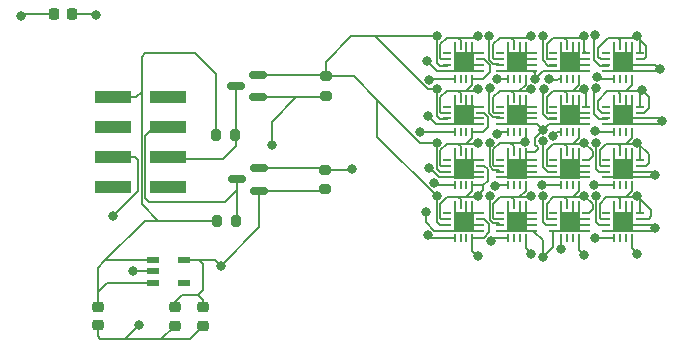
<source format=gbr>
%TF.GenerationSoftware,KiCad,Pcbnew,7.0.7*%
%TF.CreationDate,2023-10-03T17:06:42-05:00*%
%TF.ProjectId,MLX90393_board3,4d4c5839-3033-4393-935f-626f61726433,rev?*%
%TF.SameCoordinates,Original*%
%TF.FileFunction,Copper,L1,Top*%
%TF.FilePolarity,Positive*%
%FSLAX46Y46*%
G04 Gerber Fmt 4.6, Leading zero omitted, Abs format (unit mm)*
G04 Created by KiCad (PCBNEW 7.0.7) date 2023-10-03 17:06:42*
%MOMM*%
%LPD*%
G01*
G04 APERTURE LIST*
G04 Aperture macros list*
%AMRoundRect*
0 Rectangle with rounded corners*
0 $1 Rounding radius*
0 $2 $3 $4 $5 $6 $7 $8 $9 X,Y pos of 4 corners*
0 Add a 4 corners polygon primitive as box body*
4,1,4,$2,$3,$4,$5,$6,$7,$8,$9,$2,$3,0*
0 Add four circle primitives for the rounded corners*
1,1,$1+$1,$2,$3*
1,1,$1+$1,$4,$5*
1,1,$1+$1,$6,$7*
1,1,$1+$1,$8,$9*
0 Add four rect primitives between the rounded corners*
20,1,$1+$1,$2,$3,$4,$5,0*
20,1,$1+$1,$4,$5,$6,$7,0*
20,1,$1+$1,$6,$7,$8,$9,0*
20,1,$1+$1,$8,$9,$2,$3,0*%
G04 Aperture macros list end*
%TA.AperFunction,SMDPad,CuDef*%
%ADD10RoundRect,0.200000X0.275000X-0.200000X0.275000X0.200000X-0.275000X0.200000X-0.275000X-0.200000X0*%
%TD*%
%TA.AperFunction,SMDPad,CuDef*%
%ADD11R,0.664999X0.280010*%
%TD*%
%TA.AperFunction,SMDPad,CuDef*%
%ADD12R,0.280010X0.664999*%
%TD*%
%TA.AperFunction,SMDPad,CuDef*%
%ADD13R,1.750013X1.750013*%
%TD*%
%TA.AperFunction,SMDPad,CuDef*%
%ADD14R,1.104902X0.622301*%
%TD*%
%TA.AperFunction,SMDPad,CuDef*%
%ADD15R,3.170003X1.000000*%
%TD*%
%TA.AperFunction,SMDPad,CuDef*%
%ADD16RoundRect,0.150000X0.587500X0.150000X-0.587500X0.150000X-0.587500X-0.150000X0.587500X-0.150000X0*%
%TD*%
%TA.AperFunction,SMDPad,CuDef*%
%ADD17RoundRect,0.225000X-0.250000X0.225000X-0.250000X-0.225000X0.250000X-0.225000X0.250000X0.225000X0*%
%TD*%
%TA.AperFunction,SMDPad,CuDef*%
%ADD18RoundRect,0.218750X-0.218750X-0.256250X0.218750X-0.256250X0.218750X0.256250X-0.218750X0.256250X0*%
%TD*%
%TA.AperFunction,SMDPad,CuDef*%
%ADD19RoundRect,0.200000X-0.200000X-0.275000X0.200000X-0.275000X0.200000X0.275000X-0.200000X0.275000X0*%
%TD*%
%TA.AperFunction,ViaPad*%
%ADD20C,0.800000*%
%TD*%
%TA.AperFunction,Conductor*%
%ADD21C,0.150000*%
%TD*%
G04 APERTURE END LIST*
D10*
%TO.P,R20,1*%
%TO.N,+3.3V*%
X154061689Y-116683415D03*
%TO.P,R20,2*%
%TO.N,SDA_3V*%
X154061689Y-115033415D03*
%TD*%
D11*
%TO.P,M16,1,INT*%
%TO.N,unconnected-(M16-INT-Pad1)*%
X177909272Y-118698351D03*
%TO.P,M16,2,SENB/CS*%
%TO.N,+3.3V*%
X177909272Y-119198479D03*
%TO.P,M16,3,SCL/SCLK*%
%TO.N,SCL_3V*%
X177909272Y-119698351D03*
%TO.P,M16,4,NC*%
%TO.N,GND*%
X177909272Y-120198479D03*
D12*
%TO.P,M16,5,SDA/MOSI*%
%TO.N,SDA_3V*%
X178566625Y-120855832D03*
%TO.P,M16,6,MISO*%
%TO.N,unconnected-(M16-MISO-Pad6)*%
X179066753Y-120855832D03*
%TO.P,M16,7,INT/TRG*%
%TO.N,unconnected-(M16-INT{slash}TRG-Pad7)*%
X179566625Y-120855832D03*
%TO.P,M16,8,VDD_IO*%
%TO.N,+3.3V*%
X180066753Y-120855832D03*
D11*
%TO.P,M16,9,NC*%
%TO.N,GND*%
X180724106Y-120198479D03*
%TO.P,M16,10,NC*%
X180724106Y-119698351D03*
%TO.P,M16,11,A1*%
%TO.N,+3.3V*%
X180724106Y-119198479D03*
%TO.P,M16,12,A0*%
X180724106Y-118698351D03*
D12*
%TO.P,M16,13,VSS*%
%TO.N,GND*%
X180066753Y-118040998D03*
%TO.P,M16,14,NC*%
X179566625Y-118040998D03*
%TO.P,M16,15,VDD*%
%TO.N,+3.3V*%
X179066753Y-118040998D03*
%TO.P,M16,16,NC*%
%TO.N,GND*%
X178566625Y-118040998D03*
D13*
%TO.P,M16,17,EP*%
X179316689Y-119448415D03*
%TD*%
D14*
%TO.P,U5,1,VIN*%
%TO.N,VCC*%
X139561714Y-122708682D03*
%TO.P,U5,2,GND*%
%TO.N,GND*%
X139561714Y-123657882D03*
%TO.P,U5,3,EN*%
%TO.N,VCC*%
X139561714Y-124608097D03*
%TO.P,U5,4,NC*%
%TO.N,unconnected-(U5-NC-Pad4)*%
X142161664Y-124608097D03*
%TO.P,U5,5,VOUT*%
%TO.N,+3.3V*%
X142161664Y-122708682D03*
%TD*%
D15*
%TO.P,J1,1,1*%
%TO.N,unconnected-(J1-Pad1)*%
X140781534Y-108908407D03*
%TO.P,J1,2,2*%
%TO.N,VCC*%
X136121641Y-108908407D03*
%TO.P,J1,3,3*%
%TO.N,SDA*%
X140781534Y-111448412D03*
%TO.P,J1,4,4*%
%TO.N,unconnected-(J1-Pad4)*%
X136121641Y-111448412D03*
%TO.P,J1,5,5*%
%TO.N,SCL*%
X140781534Y-113988418D03*
%TO.P,J1,6,6*%
%TO.N,GND*%
X136121641Y-113988418D03*
%TO.P,J1,7,7*%
%TO.N,unconnected-(J1-Pad7)*%
X140781534Y-116528423D03*
%TO.P,J1,8,8*%
%TO.N,unconnected-(J1-Pad8)*%
X136121641Y-116528423D03*
%TD*%
D16*
%TO.P,Q2,1,G*%
%TO.N,+3.3V*%
X148499189Y-116808415D03*
%TO.P,Q2,2,S*%
%TO.N,SDA_3V*%
X148499189Y-114908415D03*
%TO.P,Q2,3,D*%
%TO.N,SDA*%
X146624189Y-115858415D03*
%TD*%
D17*
%TO.P,C3,1*%
%TO.N,VCC*%
X134861689Y-126658415D03*
%TO.P,C3,2*%
%TO.N,GND*%
X134861689Y-128208415D03*
%TD*%
D11*
%TO.P,M8,1,INT*%
%TO.N,unconnected-(M8-INT-Pad1)*%
X177909272Y-109698351D03*
%TO.P,M8,2,SENB/CS*%
%TO.N,+3.3V*%
X177909272Y-110198479D03*
%TO.P,M8,3,SCL/SCLK*%
%TO.N,SCL_3V*%
X177909272Y-110698351D03*
%TO.P,M8,4,NC*%
%TO.N,GND*%
X177909272Y-111198479D03*
D12*
%TO.P,M8,5,SDA/MOSI*%
%TO.N,SDA_3V*%
X178566625Y-111855832D03*
%TO.P,M8,6,MISO*%
%TO.N,unconnected-(M8-MISO-Pad6)*%
X179066753Y-111855832D03*
%TO.P,M8,7,INT/TRG*%
%TO.N,unconnected-(M8-INT{slash}TRG-Pad7)*%
X179566625Y-111855832D03*
%TO.P,M8,8,VDD_IO*%
%TO.N,+3.3V*%
X180066753Y-111855832D03*
D11*
%TO.P,M8,9,NC*%
%TO.N,GND*%
X180724106Y-111198479D03*
%TO.P,M8,10,NC*%
X180724106Y-110698351D03*
%TO.P,M8,11,A1*%
%TO.N,+3.3V*%
X180724106Y-110198479D03*
%TO.P,M8,12,A0*%
X180724106Y-109698351D03*
D12*
%TO.P,M8,13,VSS*%
%TO.N,GND*%
X180066753Y-109040998D03*
%TO.P,M8,14,NC*%
X179566625Y-109040998D03*
%TO.P,M8,15,VDD*%
%TO.N,+3.3V*%
X179066753Y-109040998D03*
%TO.P,M8,16,NC*%
%TO.N,GND*%
X178566625Y-109040998D03*
D13*
%TO.P,M8,17,EP*%
X179316689Y-110448415D03*
%TD*%
D11*
%TO.P,M11,1,INT*%
%TO.N,unconnected-(M11-INT-Pad1)*%
X173409272Y-114198351D03*
%TO.P,M11,2,SENB/CS*%
%TO.N,+3.3V*%
X173409272Y-114698479D03*
%TO.P,M11,3,SCL/SCLK*%
%TO.N,SCL_3V*%
X173409272Y-115198351D03*
%TO.P,M11,4,NC*%
%TO.N,GND*%
X173409272Y-115698479D03*
D12*
%TO.P,M11,5,SDA/MOSI*%
%TO.N,SDA_3V*%
X174066625Y-116355832D03*
%TO.P,M11,6,MISO*%
%TO.N,unconnected-(M11-MISO-Pad6)*%
X174566753Y-116355832D03*
%TO.P,M11,7,INT/TRG*%
%TO.N,unconnected-(M11-INT{slash}TRG-Pad7)*%
X175066625Y-116355832D03*
%TO.P,M11,8,VDD_IO*%
%TO.N,+3.3V*%
X175566753Y-116355832D03*
D11*
%TO.P,M11,9,NC*%
%TO.N,GND*%
X176224106Y-115698479D03*
%TO.P,M11,10,NC*%
X176224106Y-115198351D03*
%TO.P,M11,11,A1*%
X176224106Y-114698479D03*
%TO.P,M11,12,A0*%
%TO.N,+3.3V*%
X176224106Y-114198351D03*
D12*
%TO.P,M11,13,VSS*%
%TO.N,GND*%
X175566753Y-113540998D03*
%TO.P,M11,14,NC*%
X175066625Y-113540998D03*
%TO.P,M11,15,VDD*%
%TO.N,+3.3V*%
X174566753Y-113540998D03*
%TO.P,M11,16,NC*%
%TO.N,GND*%
X174066625Y-113540998D03*
D13*
%TO.P,M11,17,EP*%
X174816689Y-114948415D03*
%TD*%
D11*
%TO.P,M1,1,INT*%
%TO.N,unconnected-(M1-INT-Pad1)*%
X168909272Y-105198351D03*
%TO.P,M1,2,SENB/CS*%
%TO.N,+3.3V*%
X168909272Y-105698479D03*
%TO.P,M1,3,SCL/SCLK*%
%TO.N,SCL_3V*%
X168909272Y-106198351D03*
%TO.P,M1,4,NC*%
%TO.N,GND*%
X168909272Y-106698479D03*
D12*
%TO.P,M1,5,SDA/MOSI*%
%TO.N,SDA_3V*%
X169566625Y-107355832D03*
%TO.P,M1,6,MISO*%
%TO.N,unconnected-(M1-MISO-Pad6)*%
X170066753Y-107355832D03*
%TO.P,M1,7,INT/TRG*%
%TO.N,unconnected-(M1-INT{slash}TRG-Pad7)*%
X170566625Y-107355832D03*
%TO.P,M1,8,VDD_IO*%
%TO.N,+3.3V*%
X171066753Y-107355832D03*
D11*
%TO.P,M1,9,NC*%
%TO.N,GND*%
X171724106Y-106698479D03*
%TO.P,M1,10,NC*%
X171724106Y-106198351D03*
%TO.P,M1,11,A1*%
X171724106Y-105698479D03*
%TO.P,M1,12,A0*%
X171724106Y-105198351D03*
D12*
%TO.P,M1,13,VSS*%
X171066753Y-104540998D03*
%TO.P,M1,14,NC*%
X170566625Y-104540998D03*
%TO.P,M1,15,VDD*%
%TO.N,+3.3V*%
X170066753Y-104540998D03*
%TO.P,M1,16,NC*%
%TO.N,GND*%
X169566625Y-104540998D03*
D13*
%TO.P,M1,17,EP*%
X170316689Y-105948415D03*
%TD*%
D11*
%TO.P,M2,1,INT*%
%TO.N,unconnected-(M2-INT-Pad1)*%
X173409272Y-105198351D03*
%TO.P,M2,2,SENB/CS*%
%TO.N,+3.3V*%
X173409272Y-105698479D03*
%TO.P,M2,3,SCL/SCLK*%
%TO.N,SCL_3V*%
X173409272Y-106198351D03*
%TO.P,M2,4,NC*%
%TO.N,GND*%
X173409272Y-106698479D03*
D12*
%TO.P,M2,5,SDA/MOSI*%
%TO.N,SDA_3V*%
X174066625Y-107355832D03*
%TO.P,M2,6,MISO*%
%TO.N,unconnected-(M2-MISO-Pad6)*%
X174566753Y-107355832D03*
%TO.P,M2,7,INT/TRG*%
%TO.N,unconnected-(M2-INT{slash}TRG-Pad7)*%
X175066625Y-107355832D03*
%TO.P,M2,8,VDD_IO*%
%TO.N,+3.3V*%
X175566753Y-107355832D03*
D11*
%TO.P,M2,9,NC*%
%TO.N,GND*%
X176224106Y-106698479D03*
%TO.P,M2,10,NC*%
X176224106Y-106198351D03*
%TO.P,M2,11,A1*%
X176224106Y-105698479D03*
%TO.P,M2,12,A0*%
%TO.N,+3.3V*%
X176224106Y-105198351D03*
D12*
%TO.P,M2,13,VSS*%
%TO.N,GND*%
X175566753Y-104540998D03*
%TO.P,M2,14,NC*%
X175066625Y-104540998D03*
%TO.P,M2,15,VDD*%
%TO.N,+3.3V*%
X174566753Y-104540998D03*
%TO.P,M2,16,NC*%
%TO.N,GND*%
X174066625Y-104540998D03*
D13*
%TO.P,M2,17,EP*%
X174816689Y-105948415D03*
%TD*%
D10*
%TO.P,R19,1*%
%TO.N,+3.3V*%
X154161689Y-108783415D03*
%TO.P,R19,2*%
%TO.N,SCL_3V*%
X154161689Y-107133415D03*
%TD*%
D11*
%TO.P,M9,1,INT*%
%TO.N,unconnected-(M9-INT-Pad1)*%
X164409272Y-114198351D03*
%TO.P,M9,2,SENB/CS*%
%TO.N,+3.3V*%
X164409272Y-114698479D03*
%TO.P,M9,3,SCL/SCLK*%
%TO.N,SCL_3V*%
X164409272Y-115198351D03*
%TO.P,M9,4,NC*%
%TO.N,GND*%
X164409272Y-115698479D03*
D12*
%TO.P,M9,5,SDA/MOSI*%
%TO.N,SDA_3V*%
X165066625Y-116355832D03*
%TO.P,M9,6,MISO*%
%TO.N,unconnected-(M9-MISO-Pad6)*%
X165566753Y-116355832D03*
%TO.P,M9,7,INT/TRG*%
%TO.N,unconnected-(M9-INT{slash}TRG-Pad7)*%
X166066625Y-116355832D03*
%TO.P,M9,8,VDD_IO*%
%TO.N,+3.3V*%
X166566753Y-116355832D03*
D11*
%TO.P,M9,9,NC*%
%TO.N,GND*%
X167224106Y-115698479D03*
%TO.P,M9,10,NC*%
X167224106Y-115198351D03*
%TO.P,M9,11,A1*%
%TO.N,+3.3V*%
X167224106Y-114698479D03*
%TO.P,M9,12,A0*%
%TO.N,GND*%
X167224106Y-114198351D03*
D12*
%TO.P,M9,13,VSS*%
X166566753Y-113540998D03*
%TO.P,M9,14,NC*%
X166066625Y-113540998D03*
%TO.P,M9,15,VDD*%
%TO.N,+3.3V*%
X165566753Y-113540998D03*
%TO.P,M9,16,NC*%
%TO.N,GND*%
X165066625Y-113540998D03*
D13*
%TO.P,M9,17,EP*%
X165816689Y-114948415D03*
%TD*%
D11*
%TO.P,M10,1,INT*%
%TO.N,unconnected-(M10-INT-Pad1)*%
X168909272Y-114198351D03*
%TO.P,M10,2,SENB/CS*%
%TO.N,+3.3V*%
X168909272Y-114698479D03*
%TO.P,M10,3,SCL/SCLK*%
%TO.N,SCL_3V*%
X168909272Y-115198351D03*
%TO.P,M10,4,NC*%
%TO.N,GND*%
X168909272Y-115698479D03*
D12*
%TO.P,M10,5,SDA/MOSI*%
%TO.N,SDA_3V*%
X169566625Y-116355832D03*
%TO.P,M10,6,MISO*%
%TO.N,unconnected-(M10-MISO-Pad6)*%
X170066753Y-116355832D03*
%TO.P,M10,7,INT/TRG*%
%TO.N,unconnected-(M10-INT{slash}TRG-Pad7)*%
X170566625Y-116355832D03*
%TO.P,M10,8,VDD_IO*%
%TO.N,+3.3V*%
X171066753Y-116355832D03*
D11*
%TO.P,M10,9,NC*%
%TO.N,GND*%
X171724106Y-115698479D03*
%TO.P,M10,10,NC*%
X171724106Y-115198351D03*
%TO.P,M10,11,A1*%
X171724106Y-114698479D03*
%TO.P,M10,12,A0*%
X171724106Y-114198351D03*
D12*
%TO.P,M10,13,VSS*%
X171066753Y-113540998D03*
%TO.P,M10,14,NC*%
X170566625Y-113540998D03*
%TO.P,M10,15,VDD*%
%TO.N,+3.3V*%
X170066753Y-113540998D03*
%TO.P,M10,16,NC*%
%TO.N,GND*%
X169566625Y-113540998D03*
D13*
%TO.P,M10,17,EP*%
X170316689Y-114948415D03*
%TD*%
D16*
%TO.P,Q1,1,G*%
%TO.N,+3.3V*%
X148399189Y-108908415D03*
%TO.P,Q1,2,S*%
%TO.N,SCL_3V*%
X148399189Y-107008415D03*
%TO.P,Q1,3,D*%
%TO.N,SCL*%
X146524189Y-107958415D03*
%TD*%
D18*
%TO.P,D1,1,K*%
%TO.N,+3.3V*%
X131112500Y-101850000D03*
%TO.P,D1,2,A*%
%TO.N,GND*%
X132687500Y-101850000D03*
%TD*%
D11*
%TO.P,M4,1,INT*%
%TO.N,unconnected-(M4-INT-Pad1)*%
X177909272Y-105198351D03*
%TO.P,M4,2,SENB/CS*%
%TO.N,+3.3V*%
X177909272Y-105698479D03*
%TO.P,M4,3,SCL/SCLK*%
%TO.N,SCL_3V*%
X177909272Y-106198351D03*
%TO.P,M4,4,NC*%
%TO.N,GND*%
X177909272Y-106698479D03*
D12*
%TO.P,M4,5,SDA/MOSI*%
%TO.N,SDA_3V*%
X178566625Y-107355832D03*
%TO.P,M4,6,MISO*%
%TO.N,unconnected-(M4-MISO-Pad6)*%
X179066753Y-107355832D03*
%TO.P,M4,7,INT/TRG*%
%TO.N,unconnected-(M4-INT{slash}TRG-Pad7)*%
X179566625Y-107355832D03*
%TO.P,M4,8,VDD_IO*%
%TO.N,+3.3V*%
X180066753Y-107355832D03*
D11*
%TO.P,M4,9,NC*%
%TO.N,GND*%
X180724106Y-106698479D03*
%TO.P,M4,10,NC*%
X180724106Y-106198351D03*
%TO.P,M4,11,A1*%
%TO.N,+3.3V*%
X180724106Y-105698479D03*
%TO.P,M4,12,A0*%
X180724106Y-105198351D03*
D12*
%TO.P,M4,13,VSS*%
%TO.N,GND*%
X180066753Y-104540998D03*
%TO.P,M4,14,NC*%
X179566625Y-104540998D03*
%TO.P,M4,15,VDD*%
%TO.N,+3.3V*%
X179066753Y-104540998D03*
%TO.P,M4,16,NC*%
%TO.N,GND*%
X178566625Y-104540998D03*
D13*
%TO.P,M4,17,EP*%
X179316689Y-105948415D03*
%TD*%
D19*
%TO.P,R18,1*%
%TO.N,VCC*%
X144836689Y-112108415D03*
%TO.P,R18,2*%
%TO.N,SCL*%
X146486689Y-112108415D03*
%TD*%
D11*
%TO.P,M15,1,INT*%
%TO.N,unconnected-(M15-INT-Pad1)*%
X173409272Y-118698351D03*
%TO.P,M15,2,SENB/CS*%
%TO.N,+3.3V*%
X173409272Y-119198479D03*
%TO.P,M15,3,SCL/SCLK*%
%TO.N,SCL_3V*%
X173409272Y-119698351D03*
%TO.P,M15,4,NC*%
%TO.N,GND*%
X173409272Y-120198479D03*
D12*
%TO.P,M15,5,SDA/MOSI*%
%TO.N,SDA_3V*%
X174066625Y-120855832D03*
%TO.P,M15,6,MISO*%
%TO.N,unconnected-(M15-MISO-Pad6)*%
X174566753Y-120855832D03*
%TO.P,M15,7,INT/TRG*%
%TO.N,unconnected-(M15-INT{slash}TRG-Pad7)*%
X175066625Y-120855832D03*
%TO.P,M15,8,VDD_IO*%
%TO.N,+3.3V*%
X175566753Y-120855832D03*
D11*
%TO.P,M15,9,NC*%
%TO.N,GND*%
X176224106Y-120198479D03*
%TO.P,M15,10,NC*%
X176224106Y-119698351D03*
%TO.P,M15,11,A1*%
X176224106Y-119198479D03*
%TO.P,M15,12,A0*%
%TO.N,+3.3V*%
X176224106Y-118698351D03*
D12*
%TO.P,M15,13,VSS*%
%TO.N,GND*%
X175566753Y-118040998D03*
%TO.P,M15,14,NC*%
X175066625Y-118040998D03*
%TO.P,M15,15,VDD*%
%TO.N,+3.3V*%
X174566753Y-118040998D03*
%TO.P,M15,16,NC*%
%TO.N,GND*%
X174066625Y-118040998D03*
D13*
%TO.P,M15,17,EP*%
X174816689Y-119448415D03*
%TD*%
D17*
%TO.P,C1,1*%
%TO.N,+3.3V*%
X143761689Y-126683415D03*
%TO.P,C1,2*%
%TO.N,GND*%
X143761689Y-128233415D03*
%TD*%
%TO.P,C2,1*%
%TO.N,+3.3V*%
X141361689Y-126683415D03*
%TO.P,C2,2*%
%TO.N,GND*%
X141361689Y-128233415D03*
%TD*%
D11*
%TO.P,M14,1,INT*%
%TO.N,unconnected-(M14-INT-Pad1)*%
X168909272Y-118698351D03*
%TO.P,M14,2,SENB/CS*%
%TO.N,+3.3V*%
X168909272Y-119198479D03*
%TO.P,M14,3,SCL/SCLK*%
%TO.N,SCL_3V*%
X168909272Y-119698351D03*
%TO.P,M14,4,NC*%
%TO.N,GND*%
X168909272Y-120198479D03*
D12*
%TO.P,M14,5,SDA/MOSI*%
%TO.N,SDA_3V*%
X169566625Y-120855832D03*
%TO.P,M14,6,MISO*%
%TO.N,unconnected-(M14-MISO-Pad6)*%
X170066753Y-120855832D03*
%TO.P,M14,7,INT/TRG*%
%TO.N,unconnected-(M14-INT{slash}TRG-Pad7)*%
X170566625Y-120855832D03*
%TO.P,M14,8,VDD_IO*%
%TO.N,+3.3V*%
X171066753Y-120855832D03*
D11*
%TO.P,M14,9,NC*%
%TO.N,GND*%
X171724106Y-120198479D03*
%TO.P,M14,10,NC*%
X171724106Y-119698351D03*
%TO.P,M14,11,A1*%
X171724106Y-119198479D03*
%TO.P,M14,12,A0*%
X171724106Y-118698351D03*
D12*
%TO.P,M14,13,VSS*%
X171066753Y-118040998D03*
%TO.P,M14,14,NC*%
X170566625Y-118040998D03*
%TO.P,M14,15,VDD*%
%TO.N,+3.3V*%
X170066753Y-118040998D03*
%TO.P,M14,16,NC*%
%TO.N,GND*%
X169566625Y-118040998D03*
D13*
%TO.P,M14,17,EP*%
X170316689Y-119448415D03*
%TD*%
D19*
%TO.P,R17,1*%
%TO.N,VCC*%
X144936689Y-119358415D03*
%TO.P,R17,2*%
%TO.N,SDA*%
X146586689Y-119358415D03*
%TD*%
D11*
%TO.P,M12,1,INT*%
%TO.N,unconnected-(M12-INT-Pad1)*%
X177909272Y-114198351D03*
%TO.P,M12,2,SENB/CS*%
%TO.N,+3.3V*%
X177909272Y-114698479D03*
%TO.P,M12,3,SCL/SCLK*%
%TO.N,SCL_3V*%
X177909272Y-115198351D03*
%TO.P,M12,4,NC*%
%TO.N,GND*%
X177909272Y-115698479D03*
D12*
%TO.P,M12,5,SDA/MOSI*%
%TO.N,SDA_3V*%
X178566625Y-116355832D03*
%TO.P,M12,6,MISO*%
%TO.N,unconnected-(M12-MISO-Pad6)*%
X179066753Y-116355832D03*
%TO.P,M12,7,INT/TRG*%
%TO.N,unconnected-(M12-INT{slash}TRG-Pad7)*%
X179566625Y-116355832D03*
%TO.P,M12,8,VDD_IO*%
%TO.N,+3.3V*%
X180066753Y-116355832D03*
D11*
%TO.P,M12,9,NC*%
%TO.N,GND*%
X180724106Y-115698479D03*
%TO.P,M12,10,NC*%
X180724106Y-115198351D03*
%TO.P,M12,11,A1*%
%TO.N,+3.3V*%
X180724106Y-114698479D03*
%TO.P,M12,12,A0*%
X180724106Y-114198351D03*
D12*
%TO.P,M12,13,VSS*%
%TO.N,GND*%
X180066753Y-113540998D03*
%TO.P,M12,14,NC*%
X179566625Y-113540998D03*
%TO.P,M12,15,VDD*%
%TO.N,+3.3V*%
X179066753Y-113540998D03*
%TO.P,M12,16,NC*%
%TO.N,GND*%
X178566625Y-113540998D03*
D13*
%TO.P,M12,17,EP*%
X179316689Y-114948415D03*
%TD*%
D11*
%TO.P,M13,1,INT*%
%TO.N,unconnected-(M13-INT-Pad1)*%
X164409272Y-118698351D03*
%TO.P,M13,2,SENB/CS*%
%TO.N,+3.3V*%
X164409272Y-119198479D03*
%TO.P,M13,3,SCL/SCLK*%
%TO.N,SCL_3V*%
X164409272Y-119698351D03*
%TO.P,M13,4,NC*%
%TO.N,GND*%
X164409272Y-120198479D03*
D12*
%TO.P,M13,5,SDA/MOSI*%
%TO.N,SDA_3V*%
X165066625Y-120855832D03*
%TO.P,M13,6,MISO*%
%TO.N,unconnected-(M13-MISO-Pad6)*%
X165566753Y-120855832D03*
%TO.P,M13,7,INT/TRG*%
%TO.N,unconnected-(M13-INT{slash}TRG-Pad7)*%
X166066625Y-120855832D03*
%TO.P,M13,8,VDD_IO*%
%TO.N,+3.3V*%
X166566753Y-120855832D03*
D11*
%TO.P,M13,9,NC*%
%TO.N,GND*%
X167224106Y-120198479D03*
%TO.P,M13,10,NC*%
X167224106Y-119698351D03*
%TO.P,M13,11,A1*%
%TO.N,+3.3V*%
X167224106Y-119198479D03*
%TO.P,M13,12,A0*%
%TO.N,GND*%
X167224106Y-118698351D03*
D12*
%TO.P,M13,13,VSS*%
X166566753Y-118040998D03*
%TO.P,M13,14,NC*%
X166066625Y-118040998D03*
%TO.P,M13,15,VDD*%
%TO.N,+3.3V*%
X165566753Y-118040998D03*
%TO.P,M13,16,NC*%
%TO.N,GND*%
X165066625Y-118040998D03*
D13*
%TO.P,M13,17,EP*%
X165816689Y-119448415D03*
%TD*%
D11*
%TO.P,M7,1,INT*%
%TO.N,unconnected-(M7-INT-Pad1)*%
X173409272Y-109698351D03*
%TO.P,M7,2,SENB/CS*%
%TO.N,+3.3V*%
X173409272Y-110198479D03*
%TO.P,M7,3,SCL/SCLK*%
%TO.N,SCL_3V*%
X173409272Y-110698351D03*
%TO.P,M7,4,NC*%
%TO.N,GND*%
X173409272Y-111198479D03*
D12*
%TO.P,M7,5,SDA/MOSI*%
%TO.N,SDA_3V*%
X174066625Y-111855832D03*
%TO.P,M7,6,MISO*%
%TO.N,unconnected-(M7-MISO-Pad6)*%
X174566753Y-111855832D03*
%TO.P,M7,7,INT/TRG*%
%TO.N,unconnected-(M7-INT{slash}TRG-Pad7)*%
X175066625Y-111855832D03*
%TO.P,M7,8,VDD_IO*%
%TO.N,+3.3V*%
X175566753Y-111855832D03*
D11*
%TO.P,M7,9,NC*%
%TO.N,GND*%
X176224106Y-111198479D03*
%TO.P,M7,10,NC*%
X176224106Y-110698351D03*
%TO.P,M7,11,A1*%
X176224106Y-110198479D03*
%TO.P,M7,12,A0*%
%TO.N,+3.3V*%
X176224106Y-109698351D03*
D12*
%TO.P,M7,13,VSS*%
%TO.N,GND*%
X175566753Y-109040998D03*
%TO.P,M7,14,NC*%
X175066625Y-109040998D03*
%TO.P,M7,15,VDD*%
%TO.N,+3.3V*%
X174566753Y-109040998D03*
%TO.P,M7,16,NC*%
%TO.N,GND*%
X174066625Y-109040998D03*
D13*
%TO.P,M7,17,EP*%
X174816689Y-110448415D03*
%TD*%
D11*
%TO.P,M5,1,INT*%
%TO.N,unconnected-(M5-INT-Pad1)*%
X164409272Y-109698351D03*
%TO.P,M5,2,SENB/CS*%
%TO.N,+3.3V*%
X164409272Y-110198479D03*
%TO.P,M5,3,SCL/SCLK*%
%TO.N,SCL_3V*%
X164409272Y-110698351D03*
%TO.P,M5,4,NC*%
%TO.N,GND*%
X164409272Y-111198479D03*
D12*
%TO.P,M5,5,SDA/MOSI*%
%TO.N,SDA_3V*%
X165066625Y-111855832D03*
%TO.P,M5,6,MISO*%
%TO.N,unconnected-(M5-MISO-Pad6)*%
X165566753Y-111855832D03*
%TO.P,M5,7,INT/TRG*%
%TO.N,unconnected-(M5-INT{slash}TRG-Pad7)*%
X166066625Y-111855832D03*
%TO.P,M5,8,VDD_IO*%
%TO.N,+3.3V*%
X166566753Y-111855832D03*
D11*
%TO.P,M5,9,NC*%
%TO.N,GND*%
X167224106Y-111198479D03*
%TO.P,M5,10,NC*%
X167224106Y-110698351D03*
%TO.P,M5,11,A1*%
%TO.N,+3.3V*%
X167224106Y-110198479D03*
%TO.P,M5,12,A0*%
%TO.N,GND*%
X167224106Y-109698351D03*
D12*
%TO.P,M5,13,VSS*%
X166566753Y-109040998D03*
%TO.P,M5,14,NC*%
X166066625Y-109040998D03*
%TO.P,M5,15,VDD*%
%TO.N,+3.3V*%
X165566753Y-109040998D03*
%TO.P,M5,16,NC*%
%TO.N,GND*%
X165066625Y-109040998D03*
D13*
%TO.P,M5,17,EP*%
X165816689Y-110448415D03*
%TD*%
D11*
%TO.P,M3,1,INT*%
%TO.N,unconnected-(M3-INT-Pad1)*%
X164409272Y-105198351D03*
%TO.P,M3,2,SENB/CS*%
%TO.N,+3.3V*%
X164409272Y-105698479D03*
%TO.P,M3,3,SCL/SCLK*%
%TO.N,SCL_3V*%
X164409272Y-106198351D03*
%TO.P,M3,4,NC*%
%TO.N,GND*%
X164409272Y-106698479D03*
D12*
%TO.P,M3,5,SDA/MOSI*%
%TO.N,SDA_3V*%
X165066625Y-107355832D03*
%TO.P,M3,6,MISO*%
%TO.N,unconnected-(M3-MISO-Pad6)*%
X165566753Y-107355832D03*
%TO.P,M3,7,INT/TRG*%
%TO.N,unconnected-(M3-INT{slash}TRG-Pad7)*%
X166066625Y-107355832D03*
%TO.P,M3,8,VDD_IO*%
%TO.N,+3.3V*%
X166566753Y-107355832D03*
D11*
%TO.P,M3,9,NC*%
%TO.N,GND*%
X167224106Y-106698479D03*
%TO.P,M3,10,NC*%
X167224106Y-106198351D03*
%TO.P,M3,11,A1*%
%TO.N,+3.3V*%
X167224106Y-105698479D03*
%TO.P,M3,12,A0*%
%TO.N,GND*%
X167224106Y-105198351D03*
D12*
%TO.P,M3,13,VSS*%
X166566753Y-104540998D03*
%TO.P,M3,14,NC*%
X166066625Y-104540998D03*
%TO.P,M3,15,VDD*%
%TO.N,+3.3V*%
X165566753Y-104540998D03*
%TO.P,M3,16,NC*%
%TO.N,GND*%
X165066625Y-104540998D03*
D13*
%TO.P,M3,17,EP*%
X165816689Y-105948415D03*
%TD*%
D11*
%TO.P,M6,1,INT*%
%TO.N,unconnected-(M6-INT-Pad1)*%
X168909272Y-109698351D03*
%TO.P,M6,2,SENB/CS*%
%TO.N,+3.3V*%
X168909272Y-110198479D03*
%TO.P,M6,3,SCL/SCLK*%
%TO.N,SCL_3V*%
X168909272Y-110698351D03*
%TO.P,M6,4,NC*%
%TO.N,GND*%
X168909272Y-111198479D03*
D12*
%TO.P,M6,5,SDA/MOSI*%
%TO.N,SDA_3V*%
X169566625Y-111855832D03*
%TO.P,M6,6,MISO*%
%TO.N,unconnected-(M6-MISO-Pad6)*%
X170066753Y-111855832D03*
%TO.P,M6,7,INT/TRG*%
%TO.N,unconnected-(M6-INT{slash}TRG-Pad7)*%
X170566625Y-111855832D03*
%TO.P,M6,8,VDD_IO*%
%TO.N,+3.3V*%
X171066753Y-111855832D03*
D11*
%TO.P,M6,9,NC*%
%TO.N,GND*%
X171724106Y-111198479D03*
%TO.P,M6,10,NC*%
X171724106Y-110698351D03*
%TO.P,M6,11,A1*%
X171724106Y-110198479D03*
%TO.P,M6,12,A0*%
X171724106Y-109698351D03*
D12*
%TO.P,M6,13,VSS*%
X171066753Y-109040998D03*
%TO.P,M6,14,NC*%
X170566625Y-109040998D03*
%TO.P,M6,15,VDD*%
%TO.N,+3.3V*%
X170066753Y-109040998D03*
%TO.P,M6,16,NC*%
%TO.N,GND*%
X169566625Y-109040998D03*
D13*
%TO.P,M6,17,EP*%
X170316689Y-110448415D03*
%TD*%
D20*
%TO.N,+3.3V*%
X180900000Y-108300000D03*
X145261689Y-123158415D03*
X176016689Y-108248415D03*
X167016689Y-112748415D03*
X167016689Y-117248415D03*
X149561689Y-112958415D03*
X167016689Y-122348415D03*
X176016689Y-122248415D03*
X167016689Y-103748415D03*
X171516689Y-122148415D03*
X167016689Y-108248415D03*
X176016689Y-117248415D03*
X180516689Y-103748415D03*
X180516689Y-122148415D03*
X176016689Y-103748415D03*
X171516689Y-117248415D03*
X180516689Y-117248415D03*
X171516689Y-108248415D03*
X180516689Y-112748415D03*
X128350000Y-102000000D03*
X171516689Y-103748415D03*
X176016689Y-112748415D03*
X170998471Y-112658997D03*
%TO.N,GND*%
X182416689Y-106548415D03*
X172516689Y-122448415D03*
X162600000Y-118600000D03*
X182016689Y-115448415D03*
X138361689Y-128158415D03*
X134700000Y-101950000D03*
X137861689Y-123658415D03*
X162700000Y-105800000D03*
X171890716Y-107375685D03*
X172567646Y-111700281D03*
X162900000Y-114900000D03*
X162800000Y-110500000D03*
X136161689Y-118958415D03*
X182616689Y-110948415D03*
X182016689Y-119948415D03*
%TO.N,SCL_3V*%
X172516689Y-103748415D03*
X163545429Y-112748415D03*
X163545429Y-103748415D03*
X168045429Y-117248415D03*
X168016689Y-103748415D03*
X163545429Y-117248415D03*
X172516689Y-112648415D03*
X172545429Y-117248415D03*
X176962938Y-103669876D03*
X177045429Y-117248415D03*
X177045429Y-108148415D03*
X168045429Y-112748415D03*
X172616689Y-108248415D03*
X163545429Y-108248415D03*
X168024106Y-108148415D03*
X177045429Y-112748415D03*
%TO.N,SDA_3V*%
X163316689Y-116148415D03*
X173365320Y-112222526D03*
X174029928Y-121724959D03*
X162816689Y-120548415D03*
X168651363Y-112017389D03*
X173041320Y-107399155D03*
X176894571Y-116310973D03*
X176977383Y-111801354D03*
X168616689Y-107387986D03*
X162916689Y-107448415D03*
X177129672Y-107202657D03*
X176916689Y-120848415D03*
X162116689Y-111848415D03*
X168186155Y-121062126D03*
X172500000Y-116300000D03*
X168498212Y-116413824D03*
X156416689Y-114948415D03*
%TD*%
D21*
%TO.N,+3.3V*%
X165356669Y-112848415D02*
X165566753Y-113058499D01*
X176000000Y-104974245D02*
X176000000Y-104600000D01*
X180074170Y-107888267D02*
X180074170Y-107405768D01*
X176000000Y-104600000D02*
X176016689Y-104583311D01*
X167489257Y-116775847D02*
X167016689Y-117248415D01*
X179066753Y-113058499D02*
X179066753Y-113540998D01*
X171066753Y-120655832D02*
X171066753Y-121698479D01*
X173409272Y-114698479D02*
X172926773Y-114698479D01*
X180724106Y-118698351D02*
X180724106Y-117455832D01*
X168351773Y-117913331D02*
X168916689Y-117348415D01*
X166566753Y-116838331D02*
X166566753Y-116355832D01*
X165356669Y-103848415D02*
X165566753Y-104058499D01*
X174216689Y-108348415D02*
X175056669Y-108348415D01*
X180724106Y-117455832D02*
X180516689Y-117248415D01*
X143411689Y-122708415D02*
X144811689Y-122708415D01*
X180724106Y-103955832D02*
X180516689Y-103748415D01*
X166916689Y-117348415D02*
X167016689Y-117248415D01*
X176150064Y-109599936D02*
X176200000Y-109550000D01*
X168909272Y-105698479D02*
X168426773Y-105698479D01*
X163851773Y-113413331D02*
X164416689Y-112848415D01*
X172926773Y-119198479D02*
X172851773Y-119123479D01*
X167489257Y-116355832D02*
X166566753Y-116355832D01*
X172926773Y-114698479D02*
X172851773Y-114623479D01*
X170998471Y-112406613D02*
X171066753Y-112338331D01*
X181301521Y-114698479D02*
X181500000Y-114500000D01*
X177200000Y-105471706D02*
X177200000Y-104700000D01*
X174216689Y-112848415D02*
X175056669Y-112848415D01*
X169856669Y-103848415D02*
X170066753Y-104058499D01*
X166056669Y-112848415D02*
X166916689Y-112848415D01*
X171066753Y-112338331D02*
X171066753Y-111855832D01*
X181101521Y-105698479D02*
X181300000Y-105500000D01*
X178716689Y-117348415D02*
X179556669Y-117348415D01*
X179556669Y-112848415D02*
X180066753Y-112338331D01*
X168016689Y-119652664D02*
X167562504Y-119198479D01*
X178001649Y-108398351D02*
X179564086Y-108398351D01*
X170909053Y-112748415D02*
X169756669Y-112748415D01*
X170066753Y-108558499D02*
X170066753Y-109040998D01*
X181500000Y-108900000D02*
X181500000Y-109800000D01*
X170556669Y-103848415D02*
X171416689Y-103848415D01*
X165216689Y-117348415D02*
X166056669Y-117348415D01*
X179066753Y-104058499D02*
X179066753Y-104540998D01*
X176016689Y-104583311D02*
X176016689Y-103748415D01*
X141999189Y-122708415D02*
X143411689Y-122708415D01*
X180900000Y-108300000D02*
X181500000Y-108900000D01*
X163926773Y-110198479D02*
X163851773Y-110123479D01*
X175566753Y-116838331D02*
X175566753Y-116355832D01*
X173409272Y-105698479D02*
X172926773Y-105698479D01*
X177351773Y-113413331D02*
X177916689Y-112848415D01*
X167864565Y-115000540D02*
X167864565Y-115980524D01*
X164409272Y-105698479D02*
X163926773Y-105698479D01*
X165566753Y-104058499D02*
X165566753Y-104540998D01*
X167509272Y-120855832D02*
X168016689Y-120348415D01*
X179564086Y-108398351D02*
X180801649Y-108398351D01*
X165216689Y-112848415D02*
X166056669Y-112848415D01*
X175056669Y-112848415D02*
X175566753Y-112338331D01*
X178716689Y-112848415D02*
X179556669Y-112848415D01*
X169856669Y-117348415D02*
X170066753Y-117558499D01*
X171066753Y-107838331D02*
X171066753Y-107355832D01*
X141961689Y-125658415D02*
X141361689Y-126258415D01*
X166056669Y-108348415D02*
X166916689Y-108348415D01*
X166056669Y-112848415D02*
X166566753Y-112338331D01*
X179556669Y-117348415D02*
X180066753Y-116838331D01*
X177426773Y-119198479D02*
X177351773Y-119123479D01*
X177426773Y-105698479D02*
X177200000Y-105471706D01*
X167864565Y-115980524D02*
X167489257Y-116355832D01*
X167489257Y-116355832D02*
X167489257Y-116775847D01*
X176745429Y-113477155D02*
X176016689Y-112748415D01*
X176745429Y-118369522D02*
X176745429Y-117977155D01*
X168909272Y-110198479D02*
X168426773Y-110198479D01*
X180066753Y-116838331D02*
X180066753Y-116355832D01*
X168351773Y-108913331D02*
X168916689Y-108348415D01*
X174566753Y-104058499D02*
X174566753Y-104540998D01*
X168351773Y-113325955D02*
X168916689Y-112761039D01*
X143761689Y-125258415D02*
X143361689Y-125658415D01*
X174356669Y-117348415D02*
X174566753Y-117558499D01*
X168351773Y-110123479D02*
X168351773Y-108913331D01*
X172851773Y-110123479D02*
X172851773Y-108913331D01*
X165216689Y-103848415D02*
X166056669Y-103848415D01*
X178051585Y-103848415D02*
X179556669Y-103848415D01*
X173409272Y-110198479D02*
X172926773Y-110198479D01*
X174566753Y-117558499D02*
X174566753Y-118040998D01*
X178856669Y-117348415D02*
X179066753Y-117558499D01*
X168064565Y-106200540D02*
X168064565Y-106780524D01*
X173409272Y-119198479D02*
X172926773Y-119198479D01*
X151961689Y-116808415D02*
X153936689Y-116808415D01*
X181700000Y-119000000D02*
X181700000Y-118431726D01*
X179556669Y-112848415D02*
X180416689Y-112848415D01*
X174216689Y-103848415D02*
X175056669Y-103848415D01*
X170556669Y-108348415D02*
X171066753Y-107838331D01*
X163851773Y-105623479D02*
X163851773Y-104413331D01*
X173416689Y-108348415D02*
X174216689Y-108348415D01*
X168351773Y-114623479D02*
X168351773Y-113325955D01*
X179066753Y-117558499D02*
X179066753Y-118040998D01*
X143361689Y-125658415D02*
X143761689Y-126058415D01*
X165216689Y-108348415D02*
X166056669Y-108348415D01*
X171066753Y-116838331D02*
X171066753Y-116355832D01*
X149561689Y-111008415D02*
X149561689Y-112958415D01*
X176745429Y-117977155D02*
X176016689Y-117248415D01*
X143761689Y-126058415D02*
X143761689Y-126683415D01*
X180724106Y-119198479D02*
X181501521Y-119198479D01*
X172851773Y-114623479D02*
X172851773Y-113413331D01*
X168064565Y-106780524D02*
X167489257Y-107355832D01*
X164409272Y-119198479D02*
X163926773Y-119198479D01*
X170998471Y-112658997D02*
X170998471Y-112406613D01*
X180066753Y-121698479D02*
X180516689Y-122148415D01*
X164416689Y-103848415D02*
X165216689Y-103848415D01*
X176416600Y-118698351D02*
X176745429Y-118369522D01*
X164416689Y-112848415D02*
X165216689Y-112848415D01*
X167562504Y-110198479D02*
X167900000Y-110535975D01*
X174356669Y-108348415D02*
X174566753Y-108558499D01*
X172851773Y-113413331D02*
X173416689Y-112848415D01*
X173416689Y-117348415D02*
X174216689Y-117348415D01*
X175566753Y-121798479D02*
X176016689Y-122248415D01*
X174356669Y-112848415D02*
X174566753Y-113058499D01*
X174566753Y-113058499D02*
X174566753Y-113540998D01*
X164409272Y-110198479D02*
X163926773Y-110198479D01*
X172926773Y-105698479D02*
X172851773Y-105623479D01*
X143761689Y-123058415D02*
X143761689Y-125258415D01*
X166566753Y-112338331D02*
X166566753Y-111855832D01*
X174566753Y-108558499D02*
X174566753Y-109040998D01*
X168351773Y-104413331D02*
X168916689Y-103848415D01*
X163851773Y-117913331D02*
X164416689Y-117348415D01*
X171066753Y-121698479D02*
X171516689Y-122148415D01*
X181500000Y-114500000D02*
X181500000Y-113731726D01*
X178864086Y-108398351D02*
X179074170Y-108608435D01*
X177916689Y-110248415D02*
X177536832Y-110248415D01*
X168916689Y-103848415D02*
X169716689Y-103848415D01*
X180724106Y-105198351D02*
X180724106Y-103955832D01*
X168426773Y-105698479D02*
X168351773Y-105623479D01*
X166566753Y-121898479D02*
X167016689Y-122348415D01*
X175056669Y-103848415D02*
X175916689Y-103848415D01*
X163926773Y-119198479D02*
X163851773Y-119123479D01*
X180066753Y-112338331D02*
X180066753Y-111855832D01*
X166566753Y-107838331D02*
X166566753Y-107355832D01*
X151661689Y-108908415D02*
X149561689Y-111008415D01*
X177909272Y-105698479D02*
X177426773Y-105698479D01*
X144811689Y-122708415D02*
X145261689Y-123158415D01*
X165566753Y-108558499D02*
X165566753Y-109040998D01*
X148499189Y-119920915D02*
X148499189Y-116808415D01*
X175566753Y-112338331D02*
X175566753Y-111855832D01*
X181300000Y-105500000D02*
X181300000Y-104531726D01*
X163926773Y-105698479D02*
X163851773Y-105623479D01*
X169716689Y-117348415D02*
X170556669Y-117348415D01*
X175056669Y-112848415D02*
X175916689Y-112848415D01*
X163851773Y-114623479D02*
X163851773Y-113413331D01*
X179564086Y-108398351D02*
X180074170Y-107888267D01*
X178856669Y-103848415D02*
X179066753Y-104058499D01*
X170998471Y-112658997D02*
X170909053Y-112748415D01*
X177200000Y-109200000D02*
X178001649Y-108398351D01*
X177200000Y-104700000D02*
X178051585Y-103848415D01*
X167562504Y-119198479D02*
X167224106Y-119198479D01*
X164416689Y-117348415D02*
X165216689Y-117348415D01*
X167224106Y-110198479D02*
X167562504Y-110198479D01*
X168916689Y-112761039D02*
X168916689Y-112748415D01*
X172851773Y-117913331D02*
X173416689Y-117348415D01*
X169716689Y-103848415D02*
X170556669Y-103848415D01*
X167562504Y-114698479D02*
X167864565Y-115000540D01*
X177916689Y-117348415D02*
X178716689Y-117348415D01*
X176745429Y-113869522D02*
X176745429Y-113477155D01*
X168909272Y-119198479D02*
X168426773Y-119198479D01*
X167489257Y-107355832D02*
X166566753Y-107355832D01*
X168909272Y-114698479D02*
X168426773Y-114698479D01*
X168351773Y-119123479D02*
X168351773Y-117913331D01*
X166566753Y-120855832D02*
X167509272Y-120855832D01*
X165356669Y-108348415D02*
X165566753Y-108558499D01*
X175056669Y-108348415D02*
X175916689Y-108348415D01*
X180900000Y-108300000D02*
X180731523Y-108468477D01*
X181101521Y-110198479D02*
X180724106Y-110198479D01*
X168016689Y-120348415D02*
X168016689Y-119652664D01*
X176200000Y-108431726D02*
X176016689Y-108248415D01*
X167562504Y-105698479D02*
X168064565Y-106200540D01*
X154036689Y-108908415D02*
X154161689Y-108783415D01*
X163926773Y-114698479D02*
X163851773Y-114623479D01*
X175056669Y-108348415D02*
X175566753Y-107838331D01*
X180724106Y-114198351D02*
X180724106Y-112955832D01*
X180724106Y-114698479D02*
X181301521Y-114698479D01*
X143361689Y-125658415D02*
X141961689Y-125658415D01*
X163851773Y-108913331D02*
X164416689Y-108348415D01*
X168916689Y-108348415D02*
X169716689Y-108348415D01*
X170556669Y-117348415D02*
X171066753Y-116838331D01*
X164416689Y-108348415D02*
X165216689Y-108348415D01*
X181700000Y-118431726D02*
X180516689Y-117248415D01*
X166056669Y-103848415D02*
X166916689Y-103848415D01*
X177909272Y-114698479D02*
X177426773Y-114698479D01*
X181501521Y-119198479D02*
X181700000Y-119000000D01*
X172851773Y-105623479D02*
X172851773Y-104413331D01*
X148499189Y-116808415D02*
X151961689Y-116808415D01*
X167900000Y-110535975D02*
X167900000Y-111464005D01*
X141361689Y-126258415D02*
X141361689Y-126683415D01*
X168426773Y-119198479D02*
X168351773Y-119123479D01*
X177351773Y-119123479D02*
X177351773Y-117913331D01*
X167508173Y-111855832D02*
X166566753Y-111855832D01*
X166056669Y-117348415D02*
X166916689Y-117348415D01*
X170066753Y-113058499D02*
X170066753Y-113540998D01*
X165356669Y-117348415D02*
X165566753Y-117558499D01*
X180066753Y-120655832D02*
X180066753Y-121698479D01*
X168426773Y-110198479D02*
X168351773Y-110123479D01*
X165566753Y-117558499D02*
X165566753Y-118040998D01*
X178856669Y-112848415D02*
X179066753Y-113058499D01*
X180724106Y-112955832D02*
X180516689Y-112748415D01*
X175566753Y-120755832D02*
X175566753Y-121798479D01*
X175566753Y-107838331D02*
X175566753Y-107355832D01*
X165566753Y-113058499D02*
X165566753Y-113540998D01*
X179074170Y-108608435D02*
X179074170Y-109090934D01*
X168351773Y-105623479D02*
X168351773Y-104413331D01*
X163851773Y-119123479D02*
X163851773Y-117913331D01*
X177916689Y-112848415D02*
X178716689Y-112848415D01*
X174216689Y-117348415D02*
X175056669Y-117348415D01*
X166056669Y-117348415D02*
X166566753Y-116838331D01*
X166056669Y-108348415D02*
X166566753Y-107838331D01*
X145261689Y-123158415D02*
X148499189Y-119920915D01*
X164409272Y-114698479D02*
X163926773Y-114698479D01*
X176224106Y-105198351D02*
X176000000Y-104974245D01*
X179556669Y-117348415D02*
X180416689Y-117348415D01*
X181500000Y-113731726D02*
X180516689Y-112748415D01*
X176416600Y-114198351D02*
X176745429Y-113869522D01*
X180801649Y-108398351D02*
X180900000Y-108300000D01*
X143411689Y-122708415D02*
X143761689Y-123058415D01*
X170066753Y-104058499D02*
X170066753Y-104540998D01*
X173416689Y-112848415D02*
X174216689Y-112848415D01*
X169856669Y-108348415D02*
X170066753Y-108558499D01*
X174356669Y-103848415D02*
X174566753Y-104058499D01*
X177351773Y-117913331D02*
X177916689Y-117348415D01*
X172851773Y-119123479D02*
X172851773Y-117913331D01*
X177536832Y-110248415D02*
X177200000Y-109911583D01*
X179556669Y-103848415D02*
X180416689Y-103848415D01*
X181500000Y-109800000D02*
X181101521Y-110198479D01*
X172851773Y-104413331D02*
X173416689Y-103848415D01*
X176224106Y-118698351D02*
X176416600Y-118698351D01*
X167900000Y-111464005D02*
X167508173Y-111855832D01*
X177426773Y-114698479D02*
X177351773Y-114623479D01*
X163851773Y-110123479D02*
X163851773Y-108913331D01*
X180724106Y-105698479D02*
X181101521Y-105698479D01*
X165216689Y-117348415D02*
X165356669Y-117348415D01*
X128500000Y-101850000D02*
X128350000Y-102000000D01*
X167224106Y-114698479D02*
X167562504Y-114698479D01*
X153936689Y-116808415D02*
X154061689Y-116683415D01*
X176200000Y-109550000D02*
X176200000Y-108431726D01*
X175056669Y-117348415D02*
X175566753Y-116838331D01*
X167224106Y-105698479D02*
X167562504Y-105698479D01*
X168916689Y-112748415D02*
X169756669Y-112748415D01*
X172851773Y-108913331D02*
X173416689Y-108348415D01*
X176224106Y-114198351D02*
X176416600Y-114198351D01*
X177351773Y-114623479D02*
X177351773Y-113413331D01*
X170066753Y-117558499D02*
X170066753Y-118040998D01*
X170556669Y-117348415D02*
X171416689Y-117348415D01*
X168916689Y-117348415D02*
X169716689Y-117348415D01*
X170556669Y-108348415D02*
X171416689Y-108348415D01*
X163851773Y-104413331D02*
X164416689Y-103848415D01*
X166566753Y-120855832D02*
X166566753Y-121898479D01*
X168426773Y-114698479D02*
X168351773Y-114623479D01*
X175056669Y-117348415D02*
X175916689Y-117348415D01*
X177200000Y-109911583D02*
X177200000Y-109200000D01*
X181300000Y-104531726D02*
X180516689Y-103748415D01*
X131112500Y-101850000D02*
X128500000Y-101850000D01*
X177909272Y-119198479D02*
X177426773Y-119198479D01*
X148399189Y-108908415D02*
X151661689Y-108908415D01*
X172926773Y-110198479D02*
X172851773Y-110123479D01*
X173416689Y-103848415D02*
X174216689Y-103848415D01*
X180731523Y-108468477D02*
X180731523Y-109748287D01*
X169716689Y-108348415D02*
X170556669Y-108348415D01*
X169756669Y-112748415D02*
X170066753Y-113058499D01*
X151661689Y-108908415D02*
X154036689Y-108908415D01*
%TO.N,GND*%
X167224106Y-109698351D02*
X166566753Y-109698351D01*
X179566625Y-109040998D02*
X179566625Y-110198479D01*
X170566625Y-106198351D02*
X170316689Y-105948415D01*
X178566625Y-109698351D02*
X179316689Y-110448415D01*
X173409272Y-115698479D02*
X174066625Y-115698479D01*
X175066625Y-106198351D02*
X174816689Y-105948415D01*
X182066625Y-106198351D02*
X182416689Y-106548415D01*
X174066625Y-118698351D02*
X174816689Y-119448415D01*
X176224106Y-119198479D02*
X175066625Y-119198479D01*
X175066625Y-114698479D02*
X174816689Y-114948415D01*
X170566625Y-119198479D02*
X170316689Y-119448415D01*
X162600000Y-118600000D02*
X162600000Y-118700000D01*
X172516689Y-122448415D02*
X172516689Y-121091062D01*
X176224106Y-111198479D02*
X175566753Y-111198479D01*
X169566625Y-109040998D02*
X169566625Y-109698351D01*
X171066753Y-106698479D02*
X170316689Y-105948415D01*
X182616689Y-111048415D02*
X182466625Y-111198479D01*
X181866625Y-115698479D02*
X180724106Y-115698479D01*
X166066625Y-114698479D02*
X165816689Y-114948415D01*
X171724106Y-111198479D02*
X171066753Y-111198479D01*
X139724189Y-123658415D02*
X137861689Y-123658415D01*
X162900000Y-114900000D02*
X162952158Y-114900000D01*
X178566625Y-114198351D02*
X179316689Y-114948415D01*
X180724106Y-111198479D02*
X180066753Y-111198479D01*
X169566625Y-104540998D02*
X169566625Y-105198351D01*
X180066753Y-118698351D02*
X179316689Y-119448415D01*
X167224106Y-120198479D02*
X166566753Y-120198479D01*
X168909272Y-120198479D02*
X169566625Y-120198479D01*
X169566625Y-114198351D02*
X170316689Y-114948415D01*
X163350637Y-120198479D02*
X162600000Y-119447842D01*
X178566625Y-120198479D02*
X179316689Y-119448415D01*
X165066625Y-115698479D02*
X165816689Y-114948415D01*
X175566753Y-115698479D02*
X174816689Y-114948415D01*
X175066625Y-113540998D02*
X175066625Y-114698479D01*
X171724106Y-109698351D02*
X171066753Y-109698351D01*
X171066753Y-113540998D02*
X171859002Y-113540998D01*
X181866625Y-115198351D02*
X182116689Y-115448415D01*
X176224106Y-114698479D02*
X175066625Y-114698479D01*
X180724106Y-119698351D02*
X179566625Y-119698351D01*
X174066625Y-114198351D02*
X174816689Y-114948415D01*
X174066625Y-111198479D02*
X174816689Y-110448415D01*
X164409272Y-120198479D02*
X163350637Y-120198479D01*
X138261689Y-114258415D02*
X137991689Y-113988415D01*
X178566625Y-105198351D02*
X179316689Y-105948415D01*
X175066625Y-119198479D02*
X174816689Y-119448415D01*
X175566753Y-111198479D02*
X174816689Y-110448415D01*
X166566753Y-109040998D02*
X166566753Y-109698351D01*
X181866625Y-119698351D02*
X182116689Y-119948415D01*
X173385793Y-115675000D02*
X173409272Y-115698479D01*
X172100000Y-113300000D02*
X172100000Y-113115610D01*
X136161689Y-118958415D02*
X138261689Y-116858415D01*
X182616689Y-110948415D02*
X182616689Y-111048415D01*
X166566753Y-111198479D02*
X165816689Y-110448415D01*
X142636689Y-129358415D02*
X143761689Y-128233415D01*
X171066753Y-120198479D02*
X170316689Y-119448415D01*
X175066625Y-115198351D02*
X174816689Y-114948415D01*
X171724106Y-115198351D02*
X170566625Y-115198351D01*
X166066625Y-113540998D02*
X166066625Y-114698479D01*
X171724106Y-105198351D02*
X171066753Y-105198351D01*
X167224106Y-110698351D02*
X166066625Y-110698351D01*
X140236689Y-129358415D02*
X142636689Y-129358415D01*
X179566625Y-105698479D02*
X179316689Y-105948415D01*
X175066625Y-109040998D02*
X175066625Y-110198479D01*
X173409272Y-111198479D02*
X174066625Y-111198479D01*
X138261689Y-116858415D02*
X138261689Y-114258415D01*
X167224106Y-106698479D02*
X166566753Y-106698479D01*
X179566625Y-119198479D02*
X179316689Y-119448415D01*
X166566753Y-104540998D02*
X166566753Y-105198351D01*
X179566625Y-118040998D02*
X179566625Y-119198479D01*
X166566753Y-105198351D02*
X165816689Y-105948415D01*
X171724106Y-119698351D02*
X170566625Y-119698351D01*
X166566753Y-115698479D02*
X165816689Y-114948415D01*
X178566625Y-118040998D02*
X178566625Y-118698351D01*
X134600000Y-101850000D02*
X134700000Y-101950000D01*
X134861689Y-129158415D02*
X134861689Y-128208415D01*
X176224106Y-115698479D02*
X175566753Y-115698479D01*
X132687500Y-101850000D02*
X134600000Y-101850000D01*
X180066753Y-105198351D02*
X179316689Y-105948415D01*
X168909272Y-115698479D02*
X169566625Y-115698479D01*
X167224106Y-105198351D02*
X166566753Y-105198351D01*
X166066625Y-119698351D02*
X165816689Y-119448415D01*
X171066753Y-105198351D02*
X170316689Y-105948415D01*
X164409272Y-106698479D02*
X163598479Y-106698479D01*
X170566625Y-110198479D02*
X170316689Y-110448415D01*
X171066753Y-118040998D02*
X171066753Y-118698351D01*
X175566753Y-120198479D02*
X174816689Y-119448415D01*
X175066625Y-110698351D02*
X174816689Y-110448415D01*
X182716689Y-110948415D02*
X182716689Y-110948415D01*
X136861689Y-129358415D02*
X135061689Y-129358415D01*
X172516689Y-122448415D02*
X172516689Y-120991062D01*
X167224106Y-114198351D02*
X166566753Y-114198351D01*
X182116689Y-119948415D02*
X182116689Y-119948415D01*
X174066625Y-109698351D02*
X174816689Y-110448415D01*
X140236689Y-129358415D02*
X141361689Y-128233415D01*
X180724106Y-106198351D02*
X182066625Y-106198351D01*
X171724106Y-110198479D02*
X170566625Y-110198479D01*
X162952158Y-114900000D02*
X163750637Y-115698479D01*
X175566753Y-118040998D02*
X175566753Y-118698351D01*
X169566625Y-115698479D02*
X170316689Y-114948415D01*
X171066753Y-109698351D02*
X170316689Y-110448415D01*
X174066625Y-104540998D02*
X174066625Y-105198351D01*
X174066625Y-106698479D02*
X174816689Y-105948415D01*
X175066625Y-104540998D02*
X175066625Y-105698479D01*
X170566625Y-105698479D02*
X170316689Y-105948415D01*
X165066625Y-120198479D02*
X165816689Y-119448415D01*
X182016689Y-115548415D02*
X181866625Y-115698479D01*
X182466625Y-111198479D02*
X180724106Y-111198479D01*
X180066753Y-113540998D02*
X180066753Y-114198351D01*
X168909272Y-106698479D02*
X169566625Y-106698479D01*
X165066625Y-109698351D02*
X165816689Y-110448415D01*
X180724106Y-119698351D02*
X181866625Y-119698351D01*
X175566753Y-118698351D02*
X174816689Y-119448415D01*
X170566625Y-118040998D02*
X170566625Y-119198479D01*
X178566625Y-118698351D02*
X179316689Y-119448415D01*
X171724106Y-120198479D02*
X171066753Y-120198479D01*
X171066753Y-113540998D02*
X171066753Y-114198351D01*
X179566625Y-104540998D02*
X179566625Y-105698479D01*
X167224106Y-106198351D02*
X166066625Y-106198351D01*
X175566753Y-104540998D02*
X175566753Y-105198351D01*
X179566625Y-110698351D02*
X179316689Y-110448415D01*
X171724106Y-115698479D02*
X171747585Y-115675000D01*
X175066625Y-110198479D02*
X174816689Y-110448415D01*
X180066753Y-104540998D02*
X180066753Y-105198351D01*
X178566625Y-104540998D02*
X178566625Y-105198351D01*
X163750637Y-115698479D02*
X164409272Y-115698479D01*
X171890716Y-107375685D02*
X172567922Y-106698479D01*
X180724106Y-115698479D02*
X180066753Y-115698479D01*
X169566625Y-109698351D02*
X170316689Y-110448415D01*
X171859002Y-113540998D02*
X172100000Y-113300000D01*
X135061689Y-129358415D02*
X134861689Y-129158415D01*
X180724106Y-110698351D02*
X179566625Y-110698351D01*
X180066753Y-114198351D02*
X179316689Y-114948415D01*
X171747585Y-115675000D02*
X173385793Y-115675000D01*
X170566625Y-113540998D02*
X170566625Y-114698479D01*
X171724106Y-119198479D02*
X170566625Y-119198479D01*
X171890716Y-106865089D02*
X171724106Y-106698479D01*
X168909272Y-111198479D02*
X169566625Y-111198479D01*
X180066753Y-109698351D02*
X179316689Y-110448415D01*
X170566625Y-115198351D02*
X170316689Y-114948415D01*
X176224106Y-120198479D02*
X175566753Y-120198479D01*
X174066625Y-113540998D02*
X174066625Y-114198351D01*
X174066625Y-105198351D02*
X174816689Y-105948415D01*
X167224106Y-115698479D02*
X166566753Y-115698479D01*
X167224106Y-118698351D02*
X166566753Y-118698351D01*
X180066753Y-115698479D02*
X179316689Y-114948415D01*
X164409272Y-111198479D02*
X165066625Y-111198479D01*
X170566625Y-104540998D02*
X170566625Y-105698479D01*
X164409272Y-111198479D02*
X163498479Y-111198479D01*
X174066625Y-109040998D02*
X174066625Y-109698351D01*
X164409272Y-106698479D02*
X165066625Y-106698479D01*
X171724106Y-115698479D02*
X171066753Y-115698479D01*
X166066625Y-110198479D02*
X165816689Y-110448415D01*
X179566625Y-113540998D02*
X179566625Y-114698479D01*
X182266625Y-106698479D02*
X180724106Y-106698479D01*
X171066753Y-111198479D02*
X170316689Y-110448415D01*
X171066753Y-115698479D02*
X170316689Y-114948415D01*
X178566625Y-109040998D02*
X178566625Y-109698351D01*
X177909272Y-120198479D02*
X178566625Y-120198479D01*
X165066625Y-106698479D02*
X165816689Y-105948415D01*
X180724106Y-120198479D02*
X180066753Y-120198479D01*
X175566753Y-105198351D02*
X174816689Y-105948415D01*
X171724106Y-105698479D02*
X170566625Y-105698479D01*
X180066753Y-111198479D02*
X179316689Y-110448415D01*
X182416689Y-106548415D02*
X182266625Y-106698479D01*
X170566625Y-119698351D02*
X170316689Y-119448415D01*
X179566625Y-114698479D02*
X179316689Y-114948415D01*
X171724106Y-114198351D02*
X171066753Y-114198351D01*
X165066625Y-118698351D02*
X165816689Y-119448415D01*
X173409272Y-120198479D02*
X173409272Y-121555832D01*
X166566753Y-114198351D02*
X165816689Y-114948415D01*
X176224106Y-105698479D02*
X175066625Y-105698479D01*
X163598479Y-106698479D02*
X162700000Y-105800000D01*
X172100000Y-113115610D02*
X171891689Y-112907299D01*
X137991689Y-113988415D02*
X135911689Y-113988415D01*
X171724106Y-106698479D02*
X171066753Y-106698479D01*
X180724106Y-110698351D02*
X182466625Y-110698351D01*
X182016689Y-115448415D02*
X182016689Y-115548415D01*
X166066625Y-119198479D02*
X165816689Y-119448415D01*
X164409272Y-120198479D02*
X165066625Y-120198479D01*
X179566625Y-110198479D02*
X179316689Y-110448415D01*
X182716689Y-110948415D02*
X182616689Y-110948415D01*
X166066625Y-106198351D02*
X165816689Y-105948415D01*
X166066625Y-105698479D02*
X165816689Y-105948415D01*
X171724106Y-110698351D02*
X170566625Y-110698351D01*
X175566753Y-114198351D02*
X174816689Y-114948415D01*
X178566625Y-113540998D02*
X178566625Y-114198351D01*
X166566753Y-118040998D02*
X166566753Y-118698351D01*
X169566625Y-105198351D02*
X170316689Y-105948415D01*
X182016689Y-119948415D02*
X182016689Y-120048415D01*
X140236689Y-129358415D02*
X136861689Y-129358415D01*
X177909272Y-115698479D02*
X178566625Y-115698479D01*
X182116689Y-119948415D02*
X182016689Y-119948415D01*
X166066625Y-115198351D02*
X165816689Y-114948415D01*
X170566625Y-110698351D02*
X170316689Y-110448415D01*
X171066753Y-109040998D02*
X171066753Y-109698351D01*
X171724106Y-118698351D02*
X171066753Y-118698351D01*
X167224106Y-115198351D02*
X166066625Y-115198351D01*
X179566625Y-115198351D02*
X179316689Y-114948415D01*
X180724106Y-115198351D02*
X181866625Y-115198351D01*
X169566625Y-118040998D02*
X169566625Y-118698351D01*
X171891689Y-112376238D02*
X172567646Y-111700281D01*
X173409272Y-111198479D02*
X173069448Y-111198479D01*
X176224106Y-119698351D02*
X175066625Y-119698351D01*
X166566753Y-113540998D02*
X166566753Y-114198351D01*
X177909272Y-106698479D02*
X178566625Y-106698479D01*
X166566753Y-106698479D02*
X165816689Y-105948415D01*
X172567922Y-106698479D02*
X173409272Y-106698479D01*
X166066625Y-118040998D02*
X166066625Y-119198479D01*
X165066625Y-113540998D02*
X165066625Y-114198351D01*
X178566625Y-111198479D02*
X179316689Y-110448415D01*
X167224106Y-111198479D02*
X166566753Y-111198479D01*
X176224106Y-106198351D02*
X175066625Y-106198351D01*
X169566625Y-118698351D02*
X170316689Y-119448415D01*
X167224106Y-119698351D02*
X166066625Y-119698351D01*
X171724106Y-114698479D02*
X170566625Y-114698479D01*
X175566753Y-109040998D02*
X175566753Y-109698351D01*
X174066625Y-118040998D02*
X174066625Y-118698351D01*
X169566625Y-111198479D02*
X170316689Y-110448415D01*
X171891689Y-112907299D02*
X171891689Y-112376238D01*
X175566753Y-106698479D02*
X174816689Y-105948415D01*
X137161689Y-129358415D02*
X138361689Y-128158415D01*
X166566753Y-118698351D02*
X165816689Y-119448415D01*
X169566625Y-106698479D02*
X170316689Y-105948415D01*
X182116689Y-115448415D02*
X182016689Y-115448415D01*
X180724106Y-106198351D02*
X179566625Y-106198351D01*
X174066625Y-120198479D02*
X174816689Y-119448415D01*
X182016689Y-120048415D02*
X181866625Y-120198479D01*
X165066625Y-111198479D02*
X165816689Y-110448415D01*
X162900000Y-114900000D02*
X163000000Y-114900000D01*
X180066753Y-118040998D02*
X180066753Y-118698351D01*
X162600000Y-119447842D02*
X162600000Y-118600000D01*
X176224106Y-106698479D02*
X175566753Y-106698479D01*
X173409272Y-120198479D02*
X174066625Y-120198479D01*
X171724106Y-106198351D02*
X170566625Y-106198351D01*
X173409272Y-106698479D02*
X174066625Y-106698479D01*
X180066753Y-120198479D02*
X179316689Y-119448415D01*
X166066625Y-109040998D02*
X166066625Y-110198479D01*
X165066625Y-105198351D02*
X165816689Y-105948415D01*
X178566625Y-106698479D02*
X179316689Y-105948415D01*
X176224106Y-110198479D02*
X175066625Y-110198479D01*
X182116689Y-115448415D02*
X182116689Y-115448415D01*
X165066625Y-109040998D02*
X165066625Y-109698351D01*
X172065844Y-111198479D02*
X172567646Y-111700281D01*
X181866625Y-120198479D02*
X180724106Y-120198479D01*
X166566753Y-120198479D02*
X165816689Y-119448415D01*
X166566753Y-109698351D02*
X165816689Y-110448415D01*
X177909272Y-111198479D02*
X178566625Y-111198479D01*
X171066753Y-118698351D02*
X170316689Y-119448415D01*
X175566753Y-109698351D02*
X174816689Y-110448415D01*
X170566625Y-109040998D02*
X170566625Y-110198479D01*
X169566625Y-113540998D02*
X169566625Y-114198351D01*
X165066625Y-104540998D02*
X165066625Y-105198351D01*
X173069448Y-111198479D02*
X172567646Y-111700281D01*
X179566625Y-106198351D02*
X179316689Y-105948415D01*
X180724106Y-106698479D02*
X180066753Y-106698479D01*
X171066753Y-104540998D02*
X171066753Y-105198351D01*
X174066625Y-115698479D02*
X174816689Y-114948415D01*
X171066753Y-114198351D02*
X170316689Y-114948415D01*
X179566625Y-119698351D02*
X179316689Y-119448415D01*
X165066625Y-114198351D02*
X165816689Y-114948415D01*
X173409272Y-121555832D02*
X172516689Y-122448415D01*
X163498479Y-111198479D02*
X162800000Y-110500000D01*
X176224106Y-115198351D02*
X175066625Y-115198351D01*
X166066625Y-104540998D02*
X166066625Y-105698479D01*
X172516689Y-120991062D02*
X171724106Y-120198479D01*
X169566625Y-120198479D02*
X170316689Y-119448415D01*
X175066625Y-105698479D02*
X174816689Y-105948415D01*
X164409272Y-115698479D02*
X165066625Y-115698479D01*
X176224106Y-110698351D02*
X175066625Y-110698351D01*
X180066753Y-106698479D02*
X179316689Y-105948415D01*
X178566625Y-115698479D02*
X179316689Y-114948415D01*
X171890716Y-107375685D02*
X171890716Y-106865089D01*
X182466625Y-110698351D02*
X182716689Y-110948415D01*
X166066625Y-110698351D02*
X165816689Y-110448415D01*
X165066625Y-118040998D02*
X165066625Y-118698351D01*
X180724106Y-115198351D02*
X179566625Y-115198351D01*
X171724106Y-111198479D02*
X172065844Y-111198479D01*
X180066753Y-109040998D02*
X180066753Y-109698351D01*
X170566625Y-114698479D02*
X170316689Y-114948415D01*
X175066625Y-118040998D02*
X175066625Y-119198479D01*
X136861689Y-129358415D02*
X137161689Y-129358415D01*
X175066625Y-119698351D02*
X174816689Y-119448415D01*
X162800000Y-110500000D02*
X162600000Y-110300000D01*
X175566753Y-113540998D02*
X175566753Y-114198351D01*
%TO.N,VCC*%
X144861689Y-112083415D02*
X144836689Y-112108415D01*
X134861689Y-123358415D02*
X135411689Y-122808415D01*
X139961689Y-119358415D02*
X138861689Y-119358415D01*
X134861689Y-126658415D02*
X134861689Y-125458415D01*
X135911689Y-108908415D02*
X138111689Y-108908415D01*
X134861689Y-124158415D02*
X134861689Y-123458415D01*
X138561689Y-105458415D02*
X138861689Y-105158415D01*
X139561714Y-124608097D02*
X135662007Y-124608097D01*
X144936689Y-119358415D02*
X139961689Y-119358415D01*
X138861689Y-119358415D02*
X135411689Y-122808415D01*
X138861689Y-105158415D02*
X143061689Y-105158415D01*
X136811689Y-122708415D02*
X135511689Y-122708415D01*
X135511689Y-122708415D02*
X139724189Y-122708415D01*
X138561689Y-117958415D02*
X139961689Y-119358415D01*
X138111689Y-108908415D02*
X138561689Y-108458415D01*
X144861689Y-106958415D02*
X144861689Y-112083415D01*
X135662007Y-124608097D02*
X134861689Y-125408415D01*
X138561689Y-108458415D02*
X138561689Y-117958415D01*
X143061689Y-105158415D02*
X144861689Y-106958415D01*
X134861689Y-125458415D02*
X134861689Y-125408415D01*
X138561689Y-108458415D02*
X138561689Y-105458415D01*
X136511689Y-122708415D02*
X136811689Y-122708415D01*
X134861689Y-125408415D02*
X134861689Y-124158415D01*
X134861689Y-123458415D02*
X134861689Y-123358415D01*
X135411689Y-122808415D02*
X135511689Y-122708415D01*
%TO.N,SCL*%
X146561689Y-112183415D02*
X146486689Y-112108415D01*
X145461689Y-114108415D02*
X146561689Y-113008415D01*
X141281689Y-113908415D02*
X141481689Y-114108415D01*
X146524189Y-107958415D02*
X146524189Y-111820915D01*
X146561689Y-113008415D02*
X146561689Y-112183415D01*
X141481689Y-114108415D02*
X145461689Y-114108415D01*
%TO.N,SDA*%
X138861689Y-117458415D02*
X138861689Y-112158415D01*
X146624189Y-116795915D02*
X145661689Y-117758415D01*
X146624189Y-119320915D02*
X146586689Y-119358415D01*
X139571689Y-111448415D02*
X141361689Y-111448415D01*
X146624189Y-115858415D02*
X146624189Y-116795915D01*
X138861689Y-112158415D02*
X139571689Y-111448415D01*
X139161689Y-117758415D02*
X138861689Y-117458415D01*
X146624189Y-115858415D02*
X146624189Y-119320915D01*
X145661689Y-117758415D02*
X139161689Y-117758415D01*
%TO.N,SCL_3V*%
X163545429Y-119498479D02*
X163795365Y-119748415D01*
X172995365Y-110748415D02*
X173638012Y-110748415D01*
X168774405Y-115063484D02*
X168351773Y-115063484D01*
X156517805Y-107133415D02*
X154161689Y-107133415D01*
X168831758Y-110563484D02*
X168916689Y-110648415D01*
X163545429Y-108248415D02*
X163545429Y-110498479D01*
X163545429Y-103748415D02*
X156916689Y-103748415D01*
X168909272Y-115198351D02*
X168774405Y-115063484D01*
X163545429Y-103748415D02*
X163545429Y-105998479D01*
X168045429Y-117248415D02*
X168045429Y-119257140D01*
X163532805Y-117248415D02*
X158524747Y-112240357D01*
X168351773Y-106063484D02*
X168774405Y-106063484D01*
X163545429Y-117248415D02*
X163545429Y-119498479D01*
X163545429Y-112748415D02*
X162132805Y-112748415D01*
X168351773Y-119563484D02*
X168774405Y-119563484D01*
X168016689Y-108155832D02*
X168016689Y-110228400D01*
X154036689Y-107008415D02*
X154161689Y-107133415D01*
X177045429Y-119498479D02*
X177295365Y-119748415D01*
X176900000Y-103732814D02*
X176900000Y-105753050D01*
X177045429Y-114998479D02*
X177295365Y-115248415D01*
X177045429Y-117248415D02*
X177045429Y-119498479D01*
X168774405Y-106063484D02*
X168909272Y-106198351D01*
X176900000Y-108293844D02*
X176900000Y-110353050D01*
X163545429Y-112748415D02*
X163545429Y-114998479D01*
X163545429Y-117248415D02*
X163532805Y-117248415D01*
X177295365Y-115248415D02*
X177938012Y-115248415D01*
X172516689Y-112648415D02*
X172516689Y-114769739D01*
X176900000Y-110353050D02*
X177295365Y-110748415D01*
X172616689Y-108248415D02*
X172551773Y-108313331D01*
X176962938Y-103669876D02*
X176900000Y-103732814D01*
X172551773Y-110304823D02*
X172995365Y-110748415D01*
X172545429Y-119498479D02*
X172795365Y-119748415D01*
X158524747Y-109140357D02*
X156517805Y-107133415D01*
X168016689Y-103748415D02*
X168016689Y-105728400D01*
X168016689Y-110228400D02*
X168351773Y-110563484D01*
X172995365Y-115248415D02*
X173638012Y-115248415D01*
X163545429Y-105998479D02*
X163795365Y-106248415D01*
X172995365Y-106248415D02*
X173638012Y-106248415D01*
X163545429Y-110498479D02*
X163795365Y-110748415D01*
X158332805Y-103748415D02*
X156916689Y-103748415D01*
X163545429Y-114998479D02*
X163795365Y-115248415D01*
X163795365Y-119748415D02*
X164438012Y-119748415D01*
X172795365Y-119748415D02*
X173438012Y-119748415D01*
X156916689Y-103748415D02*
X156316689Y-103748415D01*
X156316689Y-103748415D02*
X154161689Y-105903415D01*
X176900000Y-105753050D02*
X177395365Y-106248415D01*
X172545429Y-117248415D02*
X172545429Y-119498479D01*
X168938012Y-119727091D02*
X168938012Y-119748415D01*
X172516689Y-114769739D02*
X172995365Y-115248415D01*
X168774405Y-119563484D02*
X168938012Y-119727091D01*
X168045429Y-119257140D02*
X168351773Y-119563484D01*
X163545429Y-108248415D02*
X162832805Y-108248415D01*
X158524747Y-112240357D02*
X158524747Y-109140357D01*
X168016689Y-105728400D02*
X168351773Y-106063484D01*
X168351773Y-110563484D02*
X168831758Y-110563484D01*
X163795365Y-106248415D02*
X164438012Y-106248415D01*
X163795365Y-110748415D02*
X164438012Y-110748415D01*
X154161689Y-105903415D02*
X154161689Y-107133415D01*
X168351773Y-115063484D02*
X168045429Y-114757140D01*
X177045429Y-112748415D02*
X177045429Y-114998479D01*
X177295365Y-119748415D02*
X177938012Y-119748415D01*
X172516689Y-103748415D02*
X172516689Y-105769739D01*
X168024106Y-108148415D02*
X168016689Y-108155832D01*
X168045429Y-114757140D02*
X168045429Y-112748415D01*
X154186689Y-107158415D02*
X154161689Y-107133415D01*
X177045429Y-108148415D02*
X176900000Y-108293844D01*
X163795365Y-115248415D02*
X164438012Y-115248415D01*
X162832805Y-108248415D02*
X158332805Y-103748415D01*
X172551773Y-108313331D02*
X172551773Y-110304823D01*
X177295365Y-110748415D02*
X177938012Y-110748415D01*
X148399189Y-107008415D02*
X154036689Y-107008415D01*
X177395365Y-106248415D02*
X178038012Y-106248415D01*
X162132805Y-112748415D02*
X158524747Y-109140357D01*
X172516689Y-105769739D02*
X172995365Y-106248415D01*
%TO.N,SDA_3V*%
X169566625Y-116355832D02*
X168556204Y-116355832D01*
X173365320Y-112222526D02*
X173732014Y-111855832D01*
X173809272Y-107355832D02*
X174066625Y-107355832D01*
X172576128Y-116300000D02*
X172664114Y-116387986D01*
X173716689Y-107448415D02*
X173809272Y-107355832D01*
X168648843Y-107355832D02*
X169566625Y-107355832D01*
X176932013Y-116348415D02*
X178516689Y-116348415D01*
X165066625Y-111855832D02*
X162124106Y-111855832D01*
X163009272Y-107355832D02*
X162916689Y-107448415D01*
X163316689Y-116148415D02*
X163316689Y-116248415D01*
X172500000Y-116300000D02*
X172576128Y-116300000D01*
X177129672Y-107202657D02*
X177282847Y-107355832D01*
X162124106Y-111855832D02*
X162116689Y-111848415D01*
X173365320Y-112222526D02*
X173216689Y-112073895D01*
X154061689Y-115033415D02*
X156116689Y-115033415D01*
X168186155Y-121062126D02*
X168399866Y-120848415D01*
X177254794Y-111801354D02*
X176977383Y-111801354D01*
X148499189Y-114908415D02*
X153936689Y-114908415D01*
X174066625Y-120855832D02*
X174066625Y-121698479D01*
X177282847Y-107355832D02*
X178566625Y-107355832D01*
X172555832Y-116355832D02*
X174066625Y-116355832D01*
X165066625Y-107355832D02*
X163009272Y-107355832D01*
X168651363Y-112017389D02*
X168812920Y-111855832D01*
X176912961Y-116292583D02*
X177026192Y-116292583D01*
X172500000Y-116300000D02*
X172555832Y-116355832D01*
X165066625Y-120855832D02*
X163124106Y-120855832D01*
X176977383Y-111801354D02*
X177031861Y-111855832D01*
X156416689Y-114948415D02*
X156286689Y-115033415D01*
X173090580Y-107448415D02*
X173716689Y-107448415D01*
X177129672Y-107235432D02*
X177116689Y-107248415D01*
X177031861Y-111855832D02*
X178566625Y-111855832D01*
X177129672Y-107202657D02*
X177129672Y-107235432D01*
X174066625Y-121698479D02*
X174016689Y-121748415D01*
X156286689Y-115033415D02*
X156201689Y-115033415D01*
X168812920Y-111855832D02*
X169566625Y-111855832D01*
X177309272Y-111855832D02*
X177254794Y-111801354D01*
X163124106Y-120855832D02*
X162816689Y-120548415D01*
X176916689Y-120848415D02*
X178516689Y-120848415D01*
X168556204Y-116355832D02*
X168498212Y-116413824D01*
X168399866Y-120848415D02*
X169616689Y-120848415D01*
X163424106Y-116355832D02*
X163316689Y-116148415D01*
X173732014Y-111855832D02*
X174066625Y-111855832D01*
X176894571Y-116310973D02*
X176912961Y-116292583D01*
X168616689Y-107387986D02*
X168648843Y-107355832D01*
X165066625Y-116355832D02*
X163424106Y-116355832D01*
X173041320Y-107399155D02*
X173090580Y-107448415D01*
X153936689Y-114908415D02*
X154061689Y-115033415D01*
X156116689Y-115033415D02*
X156416689Y-114948415D01*
X173216689Y-112073895D02*
X173216689Y-112048415D01*
%TD*%
M02*

</source>
